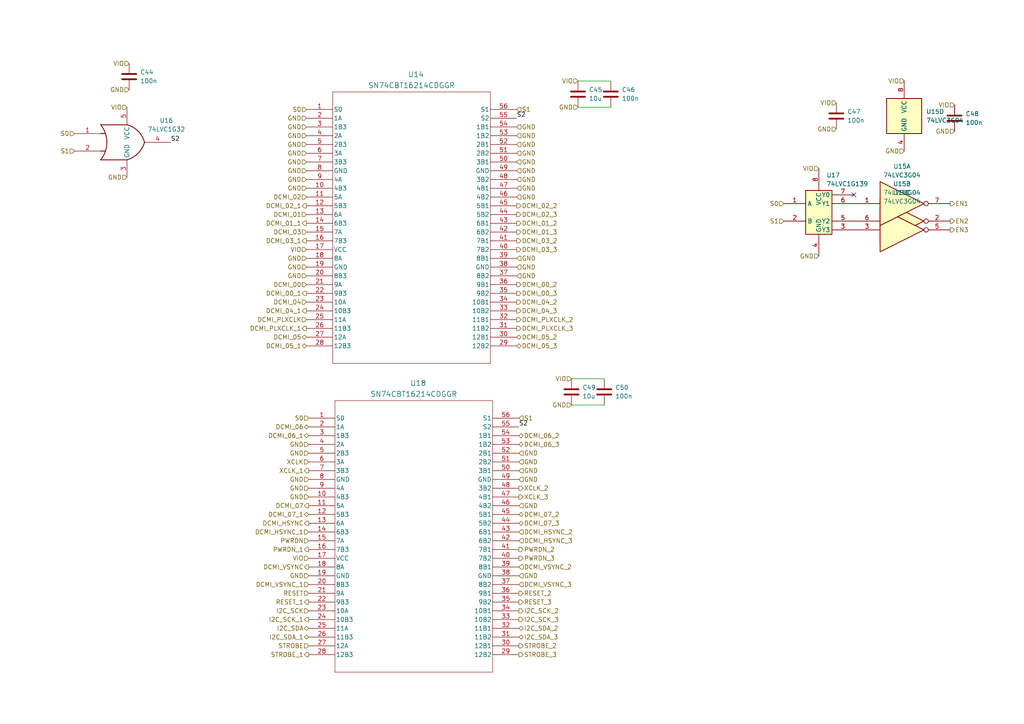
<source format=kicad_sch>
(kicad_sch (version 20231120) (generator "eeschema") (generator_version "8.0")
  (paper "A4")
  (lib_symbols
    (symbol "74xGxx:74AHC1G32"
      (property "Reference" "U" (at -2.54 3.81 0))
      (property "Value" "74AHC1G32" (at 0 -3.81 0))
      (symbol "74AHC1G32_0_1"
        (arc (start -7.62 -5.08) (mid -5.838 0) (end -7.62 5.08) (stroke (width 0.254)))
        (arc (start 0 -5.08) (mid 3.1986 -3.2054) (end 5.08 0) (stroke (width 0.254)))
        (polyline (pts (xy -7.62 -2.54) (xy -6.35 -2.54)) (stroke (width 0.254)) (fill (type background)))
        (polyline (pts (xy -7.62 2.54) (xy -6.35 2.54)) (stroke (width 0.254)) (fill (type background)))
        (polyline (pts (xy 0 -5.08) (xy -7.62 -5.08)) (stroke (width 0.254)) (fill (type background)))
        (polyline (pts (xy 0 5.08) (xy -7.62 5.08)) (stroke (width 0.254)) (fill (type background)))
        (arc (start 5.08 0) (mid 3.2238 3.2304) (end 0 5.08) (stroke (width 0.254)))
      )
      (symbol "74AHC1G32_1_1"
        (pin input line (at -15.24 2.54 0) (length 7.62) (name "~") (number "1"))
        (pin input line (at -15.24 -2.54 0) (length 7.62) (name "~") (number "2"))
        (pin power_in line (at 0 -10.16 90) (length 5.08) (name "GND") (number "3"))
        (pin output line (at 12.7 0 180) (length 7.62) (name "~") (number "4"))
        (pin power_in line (at 0 10.16 270) (length 5.08) (name "VCC") (number "5"))
      )
    )
    (symbol "74xGxx:74LVC1G139"
      (property "Reference" "U" (at 7.62 10.16 0))
      (property "Value" "74LVC1G139" (at 7.62 -7.62 0))
      (symbol "74LVC1G139_0_1"
        (rectangle (start -3.81 6.35) (end 3.81 -6.35) (stroke (width 0.254)) (fill (type background)))
      )
      (symbol "74LVC1G139_1_1"
        (pin input line (at -10.16 2.54 0) (length 6.35) (name "A") (number "1"))
        (pin input line (at -10.16 -2.54 0) (length 6.35) (name "B") (number "2"))
        (pin output line (at 10.16 -5.08 180) (length 6.35) (name "Y3") (number "3"))
        (pin power_in line (at 0 -12.7 90) (length 6.35) (name "GND") (number "4"))
        (pin output line (at 10.16 -2.54 180) (length 6.35) (name "Y2") (number "5"))
        (pin output line (at 10.16 2.54 180) (length 6.35) (name "Y1") (number "6"))
        (pin output line (at 10.16 5.08 180) (length 6.35) (name "Y0") (number "7"))
        (pin power_in line (at 0 12.7 270) (length 6.35) (name "VCC") (number "8"))
      )
    )
    (symbol "74xGxx:74LVC3G04"
      (property "Reference" "U" (at 0 7.62 0))
      (property "Value" "74LVC3G04" (at 2.54 -7.62 0))
      (symbol "74LVC3G04_1_1"
        (polyline (pts (xy -7.62 6.35) (xy -7.62 -6.35) (xy 5.08 0) (xy -7.62 6.35)) (stroke (width 0.254)) (fill (type background)))
        (pin input line (at -15.24 0 0) (length 7.62) (name "~") (number "1"))
        (pin output inverted (at 12.7 0 180) (length 7.62) (name "~") (number "7"))
      )
      (symbol "74LVC3G04_2_1"
        (polyline (pts (xy -7.62 6.35) (xy -7.62 -6.35) (xy 5.08 0) (xy -7.62 6.35)) (stroke (width 0.254)) (fill (type background)))
        (pin output inverted (at 12.7 0 180) (length 7.62) (name "~") (number "2"))
        (pin input line (at -15.24 0 0) (length 7.62) (name "~") (number "6"))
      )
      (symbol "74LVC3G04_3_1"
        (polyline (pts (xy -7.62 6.35) (xy -7.62 -6.35) (xy 5.08 0) (xy -7.62 6.35)) (stroke (width 0.254)) (fill (type background)))
        (pin input line (at -15.24 0 0) (length 7.62) (name "~") (number "3"))
        (pin output inverted (at 12.7 0 180) (length 7.62) (name "~") (number "5"))
      )
      (symbol "74LVC3G04_4_0"
        (rectangle (start -5.08 -5.08) (end 5.08 5.08) (stroke (width 0.254)) (fill (type background)))
      )
      (symbol "74LVC3G04_4_1"
        (pin power_in line (at 0 -10.16 90) (length 5.08) (name "GND") (number "4"))
        (pin power_in line (at 0 10.16 270) (length 5.08) (name "VCC") (number "8"))
      )
    )
    (symbol "Device:C" (pin_numbers hide) (pin_names (offset 0.254))
      (property "Reference" "C" (at 0.635 2.54 0))
      (property "Value" "C" (at 0.635 -2.54 0))
      (symbol "C_0_1"
        (polyline (pts (xy -2.032 -0.762) (xy 2.032 -0.762)) (stroke (width 0.508)))
        (polyline (pts (xy -2.032 0.762) (xy 2.032 0.762)) (stroke (width 0.508)))
      )
      (symbol "C_1_1"
        (pin passive line (at 0 3.81 270) (length 2.794) (name "~") (number "1"))
        (pin passive line (at 0 -3.81 90) (length 2.794) (name "~") (number "2"))
      )
    )
    (symbol "Project:SN74CBT16214CDGGR" (pin_names (offset 0.254))
      (property "Reference" "U" (at 30.48 10.16 0))
      (property "Value" "SN74CBT16214CDGGR" (at 30.48 7.62 0))
      (symbol "SN74CBT16214CDGGR_0_1"
        (polyline (pts (xy 7.62 -73.66) (xy 53.34 -73.66)) (stroke (width 0.127)))
        (polyline (pts (xy 7.62 5.08) (xy 7.62 -73.66)) (stroke (width 0.127)))
        (polyline (pts (xy 53.34 -73.66) (xy 53.34 5.08)) (stroke (width 0.127)))
        (polyline (pts (xy 53.34 5.08) (xy 7.62 5.08)) (stroke (width 0.127)))
        (pin input line (at 0 0 0) (length 7.62) (name "S0") (number "1"))
        (pin bidirectional line (at 0 -22.86 0) (length 7.62) (name "4B3") (number "10"))
        (pin bidirectional line (at 0 -25.4 0) (length 7.62) (name "5A") (number "11"))
        (pin bidirectional line (at 0 -27.94 0) (length 7.62) (name "5B3") (number "12"))
        (pin bidirectional line (at 0 -30.48 0) (length 7.62) (name "6A") (number "13"))
        (pin bidirectional line (at 0 -33.02 0) (length 7.62) (name "6B3") (number "14"))
        (pin bidirectional line (at 0 -35.56 0) (length 7.62) (name "7A") (number "15"))
        (pin bidirectional line (at 0 -38.1 0) (length 7.62) (name "7B3") (number "16"))
        (pin power_in line (at 0 -40.64 0) (length 7.62) (name "VCC") (number "17"))
        (pin bidirectional line (at 0 -43.18 0) (length 7.62) (name "8A") (number "18"))
        (pin power_in line (at 0 -45.72 0) (length 7.62) (name "GND") (number "19"))
        (pin bidirectional line (at 0 -2.54 0) (length 7.62) (name "1A") (number "2"))
        (pin bidirectional line (at 0 -48.26 0) (length 7.62) (name "8B3") (number "20"))
        (pin bidirectional line (at 0 -50.8 0) (length 7.62) (name "9A") (number "21"))
        (pin bidirectional line (at 0 -53.34 0) (length 7.62) (name "9B3") (number "22"))
        (pin bidirectional line (at 0 -55.88 0) (length 7.62) (name "10A") (number "23"))
        (pin bidirectional line (at 0 -58.42 0) (length 7.62) (name "10B3") (number "24"))
        (pin bidirectional line (at 0 -60.96 0) (length 7.62) (name "11A") (number "25"))
        (pin bidirectional line (at 0 -63.5 0) (length 7.62) (name "11B3") (number "26"))
        (pin bidirectional line (at 0 -66.04 0) (length 7.62) (name "12A") (number "27"))
        (pin bidirectional line (at 0 -68.58 0) (length 7.62) (name "12B3") (number "28"))
        (pin bidirectional line (at 60.96 -68.58 180) (length 7.62) (name "12B2") (number "29"))
        (pin bidirectional line (at 0 -5.08 0) (length 7.62) (name "1B3") (number "3"))
        (pin bidirectional line (at 60.96 -66.04 180) (length 7.62) (name "12B1") (number "30"))
        (pin bidirectional line (at 60.96 -63.5 180) (length 7.62) (name "11B2") (number "31"))
        (pin bidirectional line (at 60.96 -60.96 180) (length 7.62) (name "11B1") (number "32"))
        (pin bidirectional line (at 60.96 -58.42 180) (length 7.62) (name "10B2") (number "33"))
        (pin bidirectional line (at 60.96 -55.88 180) (length 7.62) (name "10B1") (number "34"))
        (pin bidirectional line (at 60.96 -53.34 180) (length 7.62) (name "9B2") (number "35"))
        (pin bidirectional line (at 60.96 -50.8 180) (length 7.62) (name "9B1") (number "36"))
        (pin bidirectional line (at 60.96 -48.26 180) (length 7.62) (name "8B2") (number "37"))
        (pin power_in line (at 60.96 -45.72 180) (length 7.62) (name "GND") (number "38"))
        (pin bidirectional line (at 60.96 -43.18 180) (length 7.62) (name "8B1") (number "39"))
        (pin bidirectional line (at 0 -7.62 0) (length 7.62) (name "2A") (number "4"))
        (pin bidirectional line (at 60.96 -40.64 180) (length 7.62) (name "7B2") (number "40"))
        (pin bidirectional line (at 60.96 -38.1 180) (length 7.62) (name "7B1") (number "41"))
        (pin bidirectional line (at 60.96 -35.56 180) (length 7.62) (name "6B2") (number "42"))
        (pin bidirectional line (at 60.96 -33.02 180) (length 7.62) (name "6B1") (number "43"))
        (pin bidirectional line (at 60.96 -30.48 180) (length 7.62) (name "5B2") (number "44"))
        (pin bidirectional line (at 60.96 -27.94 180) (length 7.62) (name "5B1") (number "45"))
        (pin bidirectional line (at 60.96 -25.4 180) (length 7.62) (name "4B2") (number "46"))
        (pin bidirectional line (at 60.96 -22.86 180) (length 7.62) (name "4B1") (number "47"))
        (pin bidirectional line (at 60.96 -20.32 180) (length 7.62) (name "3B2") (number "48"))
        (pin power_in line (at 60.96 -17.78 180) (length 7.62) (name "GND") (number "49"))
        (pin bidirectional line (at 0 -10.16 0) (length 7.62) (name "2B3") (number "5"))
        (pin bidirectional line (at 60.96 -15.24 180) (length 7.62) (name "3B1") (number "50"))
        (pin bidirectional line (at 60.96 -12.7 180) (length 7.62) (name "2B2") (number "51"))
        (pin bidirectional line (at 60.96 -10.16 180) (length 7.62) (name "2B1") (number "52"))
        (pin bidirectional line (at 60.96 -7.62 180) (length 7.62) (name "1B2") (number "53"))
        (pin bidirectional line (at 60.96 -5.08 180) (length 7.62) (name "1B1") (number "54"))
        (pin input line (at 60.96 -2.54 180) (length 7.62) (name "S2") (number "55"))
        (pin input line (at 60.96 0 180) (length 7.62) (name "S1") (number "56"))
        (pin bidirectional line (at 0 -12.7 0) (length 7.62) (name "3A") (number "6"))
        (pin bidirectional line (at 0 -15.24 0) (length 7.62) (name "3B3") (number "7"))
        (pin power_in line (at 0 -17.78 0) (length 7.62) (name "GND") (number "8"))
        (pin bidirectional line (at 0 -20.32 0) (length 7.62) (name "4A") (number "9"))
      )
    )
  )
  (no_connect (at 247.65 56.515))
  (wire (pts (xy 165.735 117.475) (xy 175.26 117.475)))
  (wire (pts (xy 167.64 23.495) (xy 177.165 23.495)))
  (wire (pts (xy 167.64 31.115) (xy 177.165 31.115)))
  (wire (pts (xy 165.735 109.855) (xy 175.26 109.855)))
  (label "S2" (at 49.53 41.275 0))
  (label "S2" (at 150.495 123.825 0))
  (label "S2" (at 149.86 34.29 0))
  (hierarchical_label "GND" (shape input) (at 88.9 80.01 180))
  (hierarchical_label "GND" (shape input) (at 149.86 80.01 0))
  (hierarchical_label "PWRDN" (shape input) (at 89.535 156.845 180))
  (hierarchical_label "VIO" (shape input) (at 89.535 161.925 180))
  (hierarchical_label "GND" (shape input) (at 167.64 31.115 180))
  (hierarchical_label "RESET_2" (shape output) (at 150.495 172.085 0))
  (hierarchical_label "GND" (shape input) (at 149.86 36.83 0))
  (hierarchical_label "DCMI_01_3" (shape output) (at 149.86 67.31 0))
  (hierarchical_label "PWRDN_3" (shape output) (at 150.495 161.925 0))
  (hierarchical_label "GND" (shape input) (at 88.9 46.99 180))
  (hierarchical_label "GND" (shape input) (at 150.495 133.985 0))
  (hierarchical_label "GND" (shape input) (at 88.9 36.83 180))
  (hierarchical_label "GND" (shape input) (at 89.535 128.905 180))
  (hierarchical_label "GND" (shape input) (at 37.465 26.035 180))
  (hierarchical_label "DCMI_05_2" (shape bidirectional) (at 149.86 97.79 0))
  (hierarchical_label "S0" (shape input) (at 88.9 31.75 180))
  (hierarchical_label "GND" (shape input) (at 149.86 49.53 0))
  (hierarchical_label "RESET_1" (shape output) (at 89.535 174.625 180))
  (hierarchical_label "DCMI_06_3" (shape bidirectional) (at 150.495 128.905 0))
  (hierarchical_label "DCMI_04_1" (shape output) (at 88.9 90.17 180))
  (hierarchical_label "DCMI_VSYNC_3" (shape input) (at 150.495 169.545 0))
  (hierarchical_label "GND" (shape input) (at 88.9 44.45 180))
  (hierarchical_label "DCMI_HSYNC_3" (shape input) (at 150.495 156.845 0))
  (hierarchical_label "EN1" (shape output) (at 275.59 59.055 0))
  (hierarchical_label "GND" (shape input) (at 36.83 51.435 180))
  (hierarchical_label "GND" (shape input) (at 88.9 41.91 180))
  (hierarchical_label "S1" (shape input) (at 149.86 31.75 0))
  (hierarchical_label "DCMI_05_1" (shape bidirectional) (at 88.9 100.33 180))
  (hierarchical_label "DCMI_06_1" (shape bidirectional) (at 89.535 126.365 180))
  (hierarchical_label "GND" (shape input) (at 149.86 77.47 0))
  (hierarchical_label "XCLK_3" (shape output) (at 150.495 144.145 0))
  (hierarchical_label "GND" (shape input) (at 149.86 46.99 0))
  (hierarchical_label "DCMI_01" (shape input) (at 88.9 62.23 180))
  (hierarchical_label "I2C_SCK_1" (shape output) (at 89.535 179.705 180))
  (hierarchical_label "DCMI_07" (shape output) (at 89.535 146.685 180))
  (hierarchical_label "XCLK_1" (shape output) (at 89.535 136.525 180))
  (hierarchical_label "VIO" (shape input) (at 37.465 18.415 180))
  (hierarchical_label "I2C_SCK" (shape input) (at 89.535 177.165 180))
  (hierarchical_label "GND" (shape input) (at 150.495 146.685 0))
  (hierarchical_label "DCMI_00_2" (shape output) (at 149.86 82.55 0))
  (hierarchical_label "DCMI_01_2" (shape output) (at 149.86 64.77 0))
  (hierarchical_label "S0" (shape input) (at 21.59 38.735 180))
  (hierarchical_label "S1" (shape input) (at 227.33 64.135 180))
  (hierarchical_label "DCMI_07_1" (shape bidirectional) (at 89.535 149.225 180))
  (hierarchical_label "DCMI_VSYNC" (shape output) (at 89.535 164.465 180))
  (hierarchical_label "DCMI_PLXCLK" (shape input) (at 88.9 92.71 180))
  (hierarchical_label "GND" (shape input) (at 149.86 39.37 0))
  (hierarchical_label "I2C_SDA" (shape bidirectional) (at 89.535 182.245 180))
  (hierarchical_label "DCMI_PLXCLK_2" (shape output) (at 149.86 92.71 0))
  (hierarchical_label "GND" (shape input) (at 262.255 43.815 180))
  (hierarchical_label "EN2" (shape output) (at 275.59 64.135 0))
  (hierarchical_label "DCMI_06_2" (shape bidirectional) (at 150.495 126.365 0))
  (hierarchical_label "VIO" (shape input) (at 262.255 23.495 180))
  (hierarchical_label "DCMI_02_1" (shape output) (at 88.9 59.69 180))
  (hierarchical_label "VIO" (shape input) (at 36.83 31.115 180))
  (hierarchical_label "GND" (shape input) (at 242.57 37.465 180))
  (hierarchical_label "GND" (shape input) (at 89.535 167.005 180))
  (hierarchical_label "GND" (shape input) (at 88.9 74.93 180))
  (hierarchical_label "RESET" (shape input) (at 89.535 172.085 180))
  (hierarchical_label "XCLK_2" (shape output) (at 150.495 141.605 0))
  (hierarchical_label "DCMI_03_1" (shape output) (at 88.9 69.85 180))
  (hierarchical_label "DCMI_07_2" (shape bidirectional) (at 150.495 149.225 0))
  (hierarchical_label "STROBE_3" (shape output) (at 150.495 189.865 0))
  (hierarchical_label "DCMI_00_1" (shape output) (at 88.9 85.09 180))
  (hierarchical_label "I2C_SDA_2" (shape bidirectional) (at 150.495 182.245 0))
  (hierarchical_label "GND" (shape input) (at 88.9 49.53 180))
  (hierarchical_label "I2C_SCK_2" (shape output) (at 150.495 177.165 0))
  (hierarchical_label "GND" (shape input) (at 149.86 54.61 0))
  (hierarchical_label "DCMI_04_2" (shape output) (at 149.86 87.63 0))
  (hierarchical_label "EN3" (shape output) (at 275.59 66.675 0))
  (hierarchical_label "VIO" (shape input) (at 167.64 23.495 180))
  (hierarchical_label "GND" (shape input) (at 89.535 139.065 180))
  (hierarchical_label "DCMI_01_1" (shape output) (at 88.9 64.77 180))
  (hierarchical_label "DCMI_06" (shape bidirectional) (at 89.535 123.825 180))
  (hierarchical_label "GND" (shape input) (at 149.86 74.93 0))
  (hierarchical_label "GND" (shape input) (at 89.535 141.605 180))
  (hierarchical_label "GND" (shape input) (at 149.86 44.45 0))
  (hierarchical_label "DCMI_04_3" (shape output) (at 149.86 90.17 0))
  (hierarchical_label "GND" (shape input) (at 149.86 52.07 0))
  (hierarchical_label "DCMI_02" (shape input) (at 88.9 57.15 180))
  (hierarchical_label "XCLK" (shape input) (at 89.535 133.985 180))
  (hierarchical_label "RESET_3" (shape output) (at 150.495 174.625 0))
  (hierarchical_label "S0" (shape input) (at 227.33 59.055 180))
  (hierarchical_label "I2C_SDA_3" (shape bidirectional) (at 150.495 184.785 0))
  (hierarchical_label "VIO" (shape input) (at 88.9 72.39 180))
  (hierarchical_label "VIO" (shape input) (at 237.49 48.895 180))
  (hierarchical_label "GND" (shape input) (at 88.9 52.07 180))
  (hierarchical_label "GND" (shape input) (at 150.495 136.525 0))
  (hierarchical_label "STROBE" (shape input) (at 89.535 187.325 180))
  (hierarchical_label "GND" (shape input) (at 150.495 131.445 0))
  (hierarchical_label "VIO" (shape input) (at 276.86 30.48 180))
  (hierarchical_label "DCMI_07_3" (shape bidirectional) (at 150.495 151.765 0))
  (hierarchical_label "GND" (shape input) (at 149.86 57.15 0))
  (hierarchical_label "GND" (shape input) (at 165.735 117.475 180))
  (hierarchical_label "I2C_SDA_1" (shape bidirectional) (at 89.535 184.785 180))
  (hierarchical_label "GND" (shape input) (at 237.49 74.295 180))
  (hierarchical_label "PWRDN_2" (shape output) (at 150.495 159.385 0))
  (hierarchical_label "DCMI_HSYNC_2" (shape input) (at 150.495 154.305 0))
  (hierarchical_label "DCMI_00_3" (shape output) (at 149.86 85.09 0))
  (hierarchical_label "DCMI_05_3" (shape bidirectional) (at 149.86 100.33 0))
  (hierarchical_label "DCMI_VSYNC_1" (shape input) (at 89.535 169.545 180))
  (hierarchical_label "PWRDN_1" (shape output) (at 89.535 159.385 180))
  (hierarchical_label "DCMI_VSYNC_2" (shape input) (at 150.495 164.465 0))
  (hierarchical_label "DCMI_02_2" (shape output) (at 149.86 59.69 0))
  (hierarchical_label "VIO" (shape input) (at 165.735 109.855 180))
  (hierarchical_label "GND" (shape input) (at 150.495 139.065 0))
  (hierarchical_label "S0" (shape input) (at 89.535 121.285 180))
  (hierarchical_label "I2C_SCK_3" (shape output) (at 150.495 179.705 0))
  (hierarchical_label "GND" (shape input) (at 89.535 131.445 180))
  (hierarchical_label "GND" (shape input) (at 88.9 34.29 180))
  (hierarchical_label "DCMI_HSYNC_1" (shape input) (at 89.535 154.305 180))
  (hierarchical_label "DCMI_PLXCLK_1" (shape output) (at 88.9 95.25 180))
  (hierarchical_label "STROBE_2" (shape output) (at 150.495 187.325 0))
  (hierarchical_label "GND" (shape input) (at 150.495 167.005 0))
  (hierarchical_label "VIO" (shape input) (at 242.57 29.845 180))
  (hierarchical_label "DCMI_03_3" (shape output) (at 149.86 72.39 0))
  (hierarchical_label "GND" (shape input) (at 88.9 77.47 180))
  (hierarchical_label "GND" (shape input) (at 276.86 38.1 180))
  (hierarchical_label "S1" (shape input) (at 21.59 43.815 180))
  (hierarchical_label "S1" (shape input) (at 150.495 121.285 0))
  (hierarchical_label "GND" (shape input) (at 88.9 54.61 180))
  (hierarchical_label "GND" (shape input) (at 88.9 39.37 180))
  (hierarchical_label "STROBE_1" (shape output) (at 89.535 189.865 180))
  (hierarchical_label "GND" (shape input) (at 89.535 144.145 180))
  (hierarchical_label "DCMI_PLXCLK_3" (shape output) (at 149.86 95.25 0))
  (hierarchical_label "DCMI_HSYNC" (shape output) (at 89.535 151.765 180))
  (hierarchical_label "DCMI_00" (shape input) (at 88.9 82.55 180))
  (hierarchical_label "DCMI_04" (shape input) (at 88.9 87.63 180))
  (hierarchical_label "GND" (shape input) (at 149.86 41.91 0))
  (hierarchical_label "DCMI_05" (shape bidirectional) (at 88.9 97.79 180))
  (hierarchical_label "DCMI_03" (shape input) (at 88.9 67.31 180))
  (hierarchical_label "DCMI_02_3" (shape output) (at 149.86 62.23 0))
  (hierarchical_label "DCMI_03_2" (shape output) (at 149.86 69.85 0))
  (symbol (lib_id "74xGxx:74AHC1G32") (at 36.83 41.275 0) (unit 1)
    (property "Reference" "U16" (at 48.26 34.9564 0))
    (property "Value" "74LVC1G32" (at 48.26 37.4964 0))
    (property "Footprint" "Package_TO_SOT_SMD:SOT-353_SC-70-5_Handsoldering" (effects (hide yes)))
    (property "Datasheet" "http://www.ti.com/lit/sg/scyt129e/scyt129e.pdf" (effects (hide yes)))
    (property "Description" "Single OR Gate, Low-Voltage CMOS" (effects (hide yes)))
  )
  (symbol (lib_id "74xGxx:74LVC3G04") (at 262.89 64.135 0) (unit 2)
    (property "Reference" "U15" (at 261.62 53.34 0))
    (property "Value" "74LVC3G04" (at 261.62 55.88 0))
    (property "Footprint" "Package_SO:VSSOP-8_2.3x2mm_P0.5mm" (effects (hide yes)))
    (property "Datasheet" "http://www.ti.com/lit/sg/scyt129e/scyt129e.pdf" (effects (hide yes)))
    (property "Description" "Triple NOT Gate, Low-Voltage CMOS" (effects (hide yes)))
  )
  (symbol (lib_id "Project:SN74CBT16214CDGGR") (at 88.9 31.75 0) (unit 1)
    (property "Reference" "U14" (at 120.65 21.59 0) (effects (font (size 1.524 1.524))))
    (property "Value" "SN74CBT16214CDGGR" (at 119.38 24.765 0) (effects (font (size 1.524 1.524))))
    (property "Footprint" "Project:DGG56" (effects (hide yes)))
    (property "Datasheet" "SN74CBT16214CDGGR" (effects (hide yes)))
  )
  (symbol (lib_id "74xGxx:74LVC3G04") (at 262.255 33.655 0) (unit 4)
    (property "Reference" "U15" (at 268.605 32.3849 0) (effects (justify left)))
    (property "Value" "74LVC3G04" (at 268.605 34.9249 0) (effects (justify left)))
    (property "Footprint" "Package_SO:VSSOP-8_2.3x2mm_P0.5mm" (effects (hide yes)))
    (property "Datasheet" "http://www.ti.com/lit/sg/scyt129e/scyt129e.pdf" (effects (hide yes)))
    (property "Description" "Triple NOT Gate, Low-Voltage CMOS" (effects (hide yes)))
  )
  (symbol (lib_id "74xGxx:74LVC3G04") (at 262.89 66.675 0) (unit 3)
    (property "Reference" "U15" (at 261.62 55.88 0))
    (property "Value" "74LVC3G04" (at 261.62 58.42 0))
    (property "Footprint" "Package_SO:VSSOP-8_2.3x2mm_P0.5mm" (effects (hide yes)))
    (property "Datasheet" "http://www.ti.com/lit/sg/scyt129e/scyt129e.pdf" (effects (hide yes)))
    (property "Description" "Triple NOT Gate, Low-Voltage CMOS" (effects (hide yes)))
  )
  (symbol (lib_id "Device:C") (at 177.165 27.305 0) (unit 1)
    (property "Reference" "C46" (at 180.34 26.0349 0) (effects (justify left)))
    (property "Value" "100n" (at 180.34 28.5749 0) (effects (justify left)))
    (property "Footprint" "Capacitor_SMD:C_0402_1005Metric_Pad0.74x0.62mm_HandSolder" (effects (hide yes)))
    (property "Description" "Unpolarized capacitor" (effects (hide yes)))
  )
  (symbol (lib_id "Device:C") (at 167.64 27.305 0) (unit 1)
    (property "Reference" "C45" (at 170.815 26.0349 0) (effects (justify left)))
    (property "Value" "10u" (at 170.815 28.5749 0) (effects (justify left)))
    (property "Footprint" "Capacitor_SMD:C_0603_1608Metric_Pad1.08x0.95mm_HandSolder" (effects (hide yes)))
    (property "Description" "Unpolarized capacitor" (effects (hide yes)))
  )
  (symbol (lib_id "Device:C") (at 165.735 113.665 0) (unit 1)
    (property "Reference" "C49" (at 168.91 112.3949 0) (effects (justify left)))
    (property "Value" "10u" (at 168.91 114.9349 0) (effects (justify left)))
    (property "Footprint" "Capacitor_SMD:C_0603_1608Metric_Pad1.08x0.95mm_HandSolder" (effects (hide yes)))
    (property "Description" "Unpolarized capacitor" (effects (hide yes)))
  )
  (symbol (lib_id "74xGxx:74LVC1G139") (at 237.49 61.595 0) (unit 1)
    (property "Reference" "U17" (at 239.6841 50.8 0) (effects (justify left)))
    (property "Value" "74LVC1G139" (at 239.6841 53.34 0) (effects (justify left)))
    (property "Footprint" "Package_SO:VSSOP-8_2.3x2mm_P0.5mm" (effects (hide yes)))
    (property "Datasheet" "http://www.ti.com/lit/sg/scyt129e/scyt129e.pdf" (effects (hide yes)))
    (property "Description" "2 to 4 Decoder, Low-Voltage CMOS" (effects (hide yes)))
  )
  (symbol (lib_id "Device:C") (at 276.86 34.29 0) (unit 1)
    (property "Reference" "C48" (at 280.035 33.0199 0) (effects (justify left)))
    (property "Value" "100n" (at 280.035 35.5599 0) (effects (justify left)))
    (property "Footprint" "Capacitor_SMD:C_0402_1005Metric_Pad0.74x0.62mm_HandSolder" (effects (hide yes)))
    (property "Description" "Unpolarized capacitor" (effects (hide yes)))
  )
  (symbol (lib_id "Device:C") (at 175.26 113.665 0) (unit 1)
    (property "Reference" "C50" (at 178.435 112.3949 0) (effects (justify left)))
    (property "Value" "100n" (at 178.435 114.9349 0) (effects (justify left)))
    (property "Footprint" "Capacitor_SMD:C_0402_1005Metric_Pad0.74x0.62mm_HandSolder" (effects (hide yes)))
    (property "Description" "Unpolarized capacitor" (effects (hide yes)))
  )
  (symbol (lib_id "74xGxx:74LVC3G04") (at 262.89 59.055 0) (unit 1)
    (property "Reference" "U15" (at 261.62 48.26 0))
    (property "Value" "74LVC3G04" (at 261.62 50.8 0))
    (property "Footprint" "Package_SO:VSSOP-8_2.3x2mm_P0.5mm" (effects (hide yes)))
    (property "Datasheet" "http://www.ti.com/lit/sg/scyt129e/scyt129e.pdf" (effects (hide yes)))
    (property "Description" "Triple NOT Gate, Low-Voltage CMOS" (effects (hide yes)))
  )
  (symbol (lib_id "Project:SN74CBT16214CDGGR") (at 89.535 121.285 0) (unit 1)
    (property "Reference" "U18" (at 121.285 111.125 0) (effects (font (size 1.524 1.524))))
    (property "Value" "SN74CBT16214CDGGR" (at 120.015 114.3 0) (effects (font (size 1.524 1.524))))
    (property "Footprint" "Project:DGG56" (effects (hide yes)))
    (property "Datasheet" "SN74CBT16214CDGGR" (effects (hide yes)))
  )
  (symbol (lib_id "Device:C") (at 37.465 22.225 0) (unit 1)
    (property "Reference" "C44" (at 40.64 20.9549 0) (effects (justify left)))
    (property "Value" "100n" (at 40.64 23.4949 0) (effects (justify left)))
    (property "Footprint" "Capacitor_SMD:C_0402_1005Metric_Pad0.74x0.62mm_HandSolder" (effects (hide yes)))
    (property "Description" "Unpolarized capacitor" (effects (hide yes)))
  )
  (symbol (lib_id "Device:C") (at 242.57 33.655 0) (unit 1)
    (property "Reference" "C47" (at 245.745 32.3849 0) (effects (justify left)))
    (property "Value" "100n" (at 245.745 34.9249 0) (effects (justify left)))
    (property "Footprint" "Capacitor_SMD:C_0402_1005Metric_Pad0.74x0.62mm_HandSolder" (effects (hide yes)))
    (property "Description" "Unpolarized capacitor" (effects (hide yes)))
  )
)
</source>
